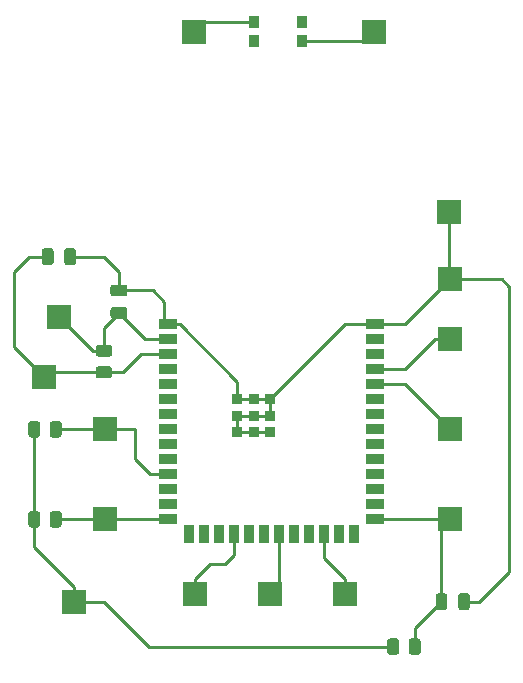
<source format=gtl>
%TF.GenerationSoftware,KiCad,Pcbnew,7.0.9*%
%TF.CreationDate,2023-12-15T11:13:56+01:00*%
%TF.ProjectId,TestPCB_Small,54657374-5043-4425-9f53-6d616c6c2e6b,rev?*%
%TF.SameCoordinates,Original*%
%TF.FileFunction,Copper,L1,Top*%
%TF.FilePolarity,Positive*%
%FSLAX46Y46*%
G04 Gerber Fmt 4.6, Leading zero omitted, Abs format (unit mm)*
G04 Created by KiCad (PCBNEW 7.0.9) date 2023-12-15 11:13:56*
%MOMM*%
%LPD*%
G01*
G04 APERTURE LIST*
%TA.AperFunction,SMDPad,CuDef*%
%ADD10R,2.000000X2.000000*%
%TD*%
%TA.AperFunction,SMDPad,CuDef*%
%ADD11R,1.500000X0.900000*%
%TD*%
%TA.AperFunction,SMDPad,CuDef*%
%ADD12R,0.900000X1.500000*%
%TD*%
%TA.AperFunction,SMDPad,CuDef*%
%ADD13R,0.900000X0.900000*%
%TD*%
%TA.AperFunction,SMDPad,CuDef*%
%ADD14R,0.900000X1.000000*%
%TD*%
%TA.AperFunction,Conductor*%
%ADD15C,0.250000*%
%TD*%
G04 APERTURE END LIST*
D10*
X218440000Y-73660000D03*
X189320000Y-92090000D03*
X218530000Y-84470000D03*
X218530000Y-92090000D03*
%TA.AperFunction,SMDPad,CuDef*%
G36*
G01*
X216055000Y-110040000D02*
X216055000Y-110940000D01*
G75*
G02*
X215805000Y-111190000I-250000J0D01*
G01*
X215280000Y-111190000D01*
G75*
G02*
X215030000Y-110940000I0J250000D01*
G01*
X215030000Y-110040000D01*
G75*
G02*
X215280000Y-109790000I250000J0D01*
G01*
X215805000Y-109790000D01*
G75*
G02*
X216055000Y-110040000I0J-250000D01*
G01*
G37*
%TD.AperFunction*%
%TA.AperFunction,SMDPad,CuDef*%
G36*
G01*
X214230000Y-110040000D02*
X214230000Y-110940000D01*
G75*
G02*
X213980000Y-111190000I-250000J0D01*
G01*
X213455000Y-111190000D01*
G75*
G02*
X213205000Y-110940000I0J250000D01*
G01*
X213205000Y-110040000D01*
G75*
G02*
X213455000Y-109790000I250000J0D01*
G01*
X213980000Y-109790000D01*
G75*
G02*
X214230000Y-110040000I0J-250000D01*
G01*
G37*
%TD.AperFunction*%
%TA.AperFunction,SMDPad,CuDef*%
G36*
G01*
X185665000Y-91640000D02*
X185665000Y-92540000D01*
G75*
G02*
X185415000Y-92790000I-250000J0D01*
G01*
X184890000Y-92790000D01*
G75*
G02*
X184640000Y-92540000I0J250000D01*
G01*
X184640000Y-91640000D01*
G75*
G02*
X184890000Y-91390000I250000J0D01*
G01*
X185415000Y-91390000D01*
G75*
G02*
X185665000Y-91640000I0J-250000D01*
G01*
G37*
%TD.AperFunction*%
%TA.AperFunction,SMDPad,CuDef*%
G36*
G01*
X183840000Y-91640000D02*
X183840000Y-92540000D01*
G75*
G02*
X183590000Y-92790000I-250000J0D01*
G01*
X183065000Y-92790000D01*
G75*
G02*
X182815000Y-92540000I0J250000D01*
G01*
X182815000Y-91640000D01*
G75*
G02*
X183065000Y-91390000I250000J0D01*
G01*
X183590000Y-91390000D01*
G75*
G02*
X183840000Y-91640000I0J-250000D01*
G01*
G37*
%TD.AperFunction*%
X189320000Y-99710000D03*
X196850000Y-58420000D03*
%TA.AperFunction,SMDPad,CuDef*%
G36*
G01*
X217310000Y-107155000D02*
X217310000Y-106205000D01*
G75*
G02*
X217560000Y-105955000I250000J0D01*
G01*
X218060000Y-105955000D01*
G75*
G02*
X218310000Y-106205000I0J-250000D01*
G01*
X218310000Y-107155000D01*
G75*
G02*
X218060000Y-107405000I-250000J0D01*
G01*
X217560000Y-107405000D01*
G75*
G02*
X217310000Y-107155000I0J250000D01*
G01*
G37*
%TD.AperFunction*%
%TA.AperFunction,SMDPad,CuDef*%
G36*
G01*
X219210000Y-107155000D02*
X219210000Y-106205000D01*
G75*
G02*
X219460000Y-105955000I250000J0D01*
G01*
X219960000Y-105955000D01*
G75*
G02*
X220210000Y-106205000I0J-250000D01*
G01*
X220210000Y-107155000D01*
G75*
G02*
X219960000Y-107405000I-250000J0D01*
G01*
X219460000Y-107405000D01*
G75*
G02*
X219210000Y-107155000I0J250000D01*
G01*
G37*
%TD.AperFunction*%
%TA.AperFunction,SMDPad,CuDef*%
G36*
G01*
X183970000Y-77945000D02*
X183970000Y-76995000D01*
G75*
G02*
X184220000Y-76745000I250000J0D01*
G01*
X184720000Y-76745000D01*
G75*
G02*
X184970000Y-76995000I0J-250000D01*
G01*
X184970000Y-77945000D01*
G75*
G02*
X184720000Y-78195000I-250000J0D01*
G01*
X184220000Y-78195000D01*
G75*
G02*
X183970000Y-77945000I0J250000D01*
G01*
G37*
%TD.AperFunction*%
%TA.AperFunction,SMDPad,CuDef*%
G36*
G01*
X185870000Y-77945000D02*
X185870000Y-76995000D01*
G75*
G02*
X186120000Y-76745000I250000J0D01*
G01*
X186620000Y-76745000D01*
G75*
G02*
X186870000Y-76995000I0J-250000D01*
G01*
X186870000Y-77945000D01*
G75*
G02*
X186620000Y-78195000I-250000J0D01*
G01*
X186120000Y-78195000D01*
G75*
G02*
X185870000Y-77945000I0J250000D01*
G01*
G37*
%TD.AperFunction*%
%TA.AperFunction,SMDPad,CuDef*%
G36*
G01*
X189680000Y-87785000D02*
X188780000Y-87785000D01*
G75*
G02*
X188530000Y-87535000I0J250000D01*
G01*
X188530000Y-87010000D01*
G75*
G02*
X188780000Y-86760000I250000J0D01*
G01*
X189680000Y-86760000D01*
G75*
G02*
X189930000Y-87010000I0J-250000D01*
G01*
X189930000Y-87535000D01*
G75*
G02*
X189680000Y-87785000I-250000J0D01*
G01*
G37*
%TD.AperFunction*%
%TA.AperFunction,SMDPad,CuDef*%
G36*
G01*
X189680000Y-85960000D02*
X188780000Y-85960000D01*
G75*
G02*
X188530000Y-85710000I0J250000D01*
G01*
X188530000Y-85185000D01*
G75*
G02*
X188780000Y-84935000I250000J0D01*
G01*
X189680000Y-84935000D01*
G75*
G02*
X189930000Y-85185000I0J-250000D01*
G01*
X189930000Y-85710000D01*
G75*
G02*
X189680000Y-85960000I-250000J0D01*
G01*
G37*
%TD.AperFunction*%
X203290000Y-106060000D03*
X218530000Y-79390000D03*
X209640000Y-106060000D03*
%TA.AperFunction,SMDPad,CuDef*%
G36*
G01*
X190975000Y-82730000D02*
X190025000Y-82730000D01*
G75*
G02*
X189775000Y-82480000I0J250000D01*
G01*
X189775000Y-81980000D01*
G75*
G02*
X190025000Y-81730000I250000J0D01*
G01*
X190975000Y-81730000D01*
G75*
G02*
X191225000Y-81980000I0J-250000D01*
G01*
X191225000Y-82480000D01*
G75*
G02*
X190975000Y-82730000I-250000J0D01*
G01*
G37*
%TD.AperFunction*%
%TA.AperFunction,SMDPad,CuDef*%
G36*
G01*
X190975000Y-80830000D02*
X190025000Y-80830000D01*
G75*
G02*
X189775000Y-80580000I0J250000D01*
G01*
X189775000Y-80080000D01*
G75*
G02*
X190025000Y-79830000I250000J0D01*
G01*
X190975000Y-79830000D01*
G75*
G02*
X191225000Y-80080000I0J-250000D01*
G01*
X191225000Y-80580000D01*
G75*
G02*
X190975000Y-80830000I-250000J0D01*
G01*
G37*
%TD.AperFunction*%
D11*
X194680000Y-83200000D03*
X194680000Y-84470000D03*
X194680000Y-85740000D03*
X194680000Y-87010000D03*
X194680000Y-88280000D03*
X194680000Y-89550000D03*
X194680000Y-90820000D03*
X194680000Y-92090000D03*
X194680000Y-93360000D03*
X194680000Y-94630000D03*
X194680000Y-95900000D03*
X194680000Y-97170000D03*
X194680000Y-98440000D03*
X194680000Y-99710000D03*
D12*
X196445000Y-100960000D03*
X197715000Y-100960000D03*
X198985000Y-100960000D03*
X200255000Y-100960000D03*
X201525000Y-100960000D03*
X202795000Y-100960000D03*
X204065000Y-100960000D03*
X205335000Y-100960000D03*
X206605000Y-100960000D03*
X207875000Y-100960000D03*
X209145000Y-100960000D03*
X210415000Y-100960000D03*
D11*
X212180000Y-99710000D03*
X212180000Y-98440000D03*
X212180000Y-97170000D03*
X212180000Y-95900000D03*
X212180000Y-94630000D03*
X212180000Y-93360000D03*
X212180000Y-92090000D03*
X212180000Y-90820000D03*
X212180000Y-89550000D03*
X212180000Y-88280000D03*
X212180000Y-87010000D03*
X212180000Y-85740000D03*
X212180000Y-84470000D03*
X212180000Y-83200000D03*
D13*
X200530000Y-89520000D03*
X200530000Y-90920000D03*
X200530000Y-92320000D03*
X200530000Y-92320000D03*
X201930000Y-89520000D03*
X201930000Y-89520000D03*
X201930000Y-90920000D03*
X201930000Y-92320000D03*
X203330000Y-89520000D03*
X203330000Y-90920000D03*
X203330000Y-92320000D03*
D10*
X212090000Y-58420000D03*
X184150000Y-87630000D03*
X185420000Y-82550000D03*
X218530000Y-99710000D03*
D14*
X201930000Y-59220000D03*
X206030000Y-59220000D03*
X206030000Y-57620000D03*
X201930000Y-57620000D03*
%TA.AperFunction,SMDPad,CuDef*%
G36*
G01*
X185665000Y-99260000D02*
X185665000Y-100160000D01*
G75*
G02*
X185415000Y-100410000I-250000J0D01*
G01*
X184890000Y-100410000D01*
G75*
G02*
X184640000Y-100160000I0J250000D01*
G01*
X184640000Y-99260000D01*
G75*
G02*
X184890000Y-99010000I250000J0D01*
G01*
X185415000Y-99010000D01*
G75*
G02*
X185665000Y-99260000I0J-250000D01*
G01*
G37*
%TD.AperFunction*%
%TA.AperFunction,SMDPad,CuDef*%
G36*
G01*
X183840000Y-99260000D02*
X183840000Y-100160000D01*
G75*
G02*
X183590000Y-100410000I-250000J0D01*
G01*
X183065000Y-100410000D01*
G75*
G02*
X182815000Y-100160000I0J250000D01*
G01*
X182815000Y-99260000D01*
G75*
G02*
X183065000Y-99010000I250000J0D01*
G01*
X183590000Y-99010000D01*
G75*
G02*
X183840000Y-99260000I0J-250000D01*
G01*
G37*
%TD.AperFunction*%
D10*
X186690000Y-106680000D03*
X196940000Y-106060000D03*
D15*
X189320000Y-99710000D02*
X194680000Y-99710000D01*
X185152500Y-99710000D02*
X189320000Y-99710000D01*
X188317500Y-85447500D02*
X189230000Y-85447500D01*
X183327500Y-102047500D02*
X186690000Y-105410000D01*
X186690000Y-105410000D02*
X186690000Y-106680000D01*
X192740000Y-84470000D02*
X194680000Y-84470000D01*
X193040000Y-110490000D02*
X213717500Y-110490000D01*
X183327500Y-99710000D02*
X183327500Y-102047500D01*
X185420000Y-82550000D02*
X188317500Y-85447500D01*
X189230000Y-83500000D02*
X190500000Y-82230000D01*
X186690000Y-106680000D02*
X189230000Y-106680000D01*
X190500000Y-82230000D02*
X192740000Y-84470000D01*
X189230000Y-106680000D02*
X193040000Y-110490000D01*
X189230000Y-85447500D02*
X189230000Y-83500000D01*
X183327500Y-92090000D02*
X183327500Y-99710000D01*
X217260000Y-84470000D02*
X218530000Y-84470000D01*
X214720000Y-87010000D02*
X217260000Y-84470000D01*
X212180000Y-87010000D02*
X214720000Y-87010000D01*
X212180000Y-88280000D02*
X214720000Y-88280000D01*
X214720000Y-88280000D02*
X218530000Y-92090000D01*
X215542500Y-110490000D02*
X215542500Y-108947500D01*
X215542500Y-108947500D02*
X217810000Y-106680000D01*
X217810000Y-100430000D02*
X218530000Y-99710000D01*
X217810000Y-106680000D02*
X217810000Y-100430000D01*
X212180000Y-99710000D02*
X218530000Y-99710000D01*
X181610000Y-78740000D02*
X181610000Y-85090000D01*
X189230000Y-87272500D02*
X184507500Y-87272500D01*
X184507500Y-87272500D02*
X184150000Y-87630000D01*
X184470000Y-77470000D02*
X182880000Y-77470000D01*
X182880000Y-77470000D02*
X181610000Y-78740000D01*
X192390000Y-85740000D02*
X194680000Y-85740000D01*
X190857500Y-87272500D02*
X192390000Y-85740000D01*
X181610000Y-85090000D02*
X184150000Y-87630000D01*
X189230000Y-87272500D02*
X190857500Y-87272500D01*
X211290000Y-59220000D02*
X212090000Y-58420000D01*
X206030000Y-59220000D02*
X211290000Y-59220000D01*
X204065000Y-105285000D02*
X204065000Y-100960000D01*
X203290000Y-106060000D02*
X204065000Y-105285000D01*
X198210000Y-103520000D02*
X199480000Y-103520000D01*
X196940000Y-106060000D02*
X196940000Y-104790000D01*
X199480000Y-103520000D02*
X200255000Y-102745000D01*
X196940000Y-104790000D02*
X198210000Y-103520000D01*
X200255000Y-102745000D02*
X200255000Y-100960000D01*
X209640000Y-104790000D02*
X207875000Y-103025000D01*
X207875000Y-103025000D02*
X207875000Y-100960000D01*
X209640000Y-106060000D02*
X209640000Y-104790000D01*
X189320000Y-92090000D02*
X191860000Y-92090000D01*
X191860000Y-94630000D02*
X193130000Y-95900000D01*
X191860000Y-92090000D02*
X191860000Y-94630000D01*
X185152500Y-92090000D02*
X189320000Y-92090000D01*
X193130000Y-95900000D02*
X194680000Y-95900000D01*
X203330000Y-89520000D02*
X203330000Y-90920000D01*
X218440000Y-73660000D02*
X218440000Y-79300000D01*
X200530000Y-90920000D02*
X200530000Y-92320000D01*
X220980000Y-106680000D02*
X219710000Y-106680000D01*
X200530000Y-88050000D02*
X200530000Y-89520000D01*
X189230000Y-77470000D02*
X190500000Y-78740000D01*
X194305000Y-81280000D02*
X193355000Y-80330000D01*
X200530000Y-89520000D02*
X203330000Y-89520000D01*
X186370000Y-77470000D02*
X189230000Y-77470000D01*
X203330000Y-90920000D02*
X200530000Y-90920000D01*
X218530000Y-79390000D02*
X222900000Y-79390000D01*
X193355000Y-80330000D02*
X190500000Y-80330000D01*
X223520000Y-80010000D02*
X223520000Y-104140000D01*
X222900000Y-79390000D02*
X223520000Y-80010000D01*
X195680000Y-83200000D02*
X200530000Y-88050000D01*
X200530000Y-92320000D02*
X203330000Y-92320000D01*
X223520000Y-104140000D02*
X220980000Y-106680000D01*
X209650000Y-83200000D02*
X212180000Y-83200000D01*
X194680000Y-83200000D02*
X194305000Y-82825000D01*
X194680000Y-83200000D02*
X195680000Y-83200000D01*
X212180000Y-83200000D02*
X214720000Y-83200000D01*
X194305000Y-82825000D02*
X194305000Y-81280000D01*
X203330000Y-89520000D02*
X209650000Y-83200000D01*
X190500000Y-78740000D02*
X190500000Y-80330000D01*
X218440000Y-79300000D02*
X218530000Y-79390000D01*
X214720000Y-83200000D02*
X218530000Y-79390000D01*
X201930000Y-57620000D02*
X197650000Y-57620000D01*
X197650000Y-57620000D02*
X196850000Y-58420000D01*
M02*

</source>
